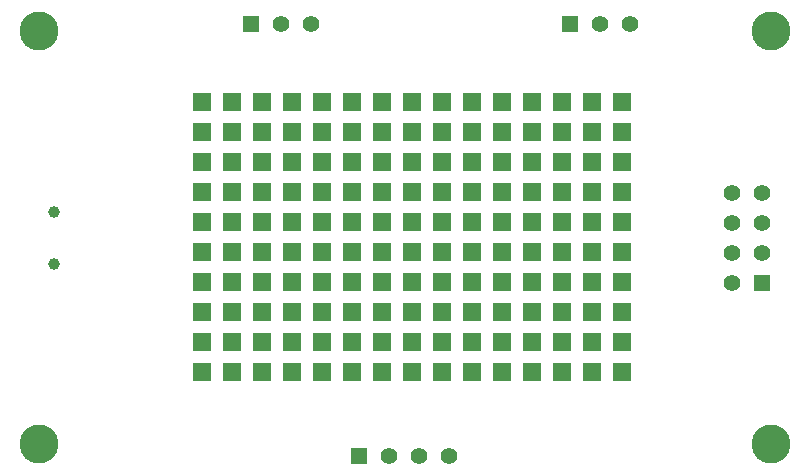
<source format=gbs>
G75*
G70*
%OFA0B0*%
%FSLAX24Y24*%
%IPPOS*%
%LPD*%
%AMOC8*
5,1,8,0,0,1.08239X$1,22.5*
%
%ADD10R,0.0555X0.0555*%
%ADD11C,0.0555*%
%ADD12C,0.0394*%
%ADD13C,0.1300*%
%ADD14R,0.0640X0.0640*%
D10*
X016971Y004598D03*
X030414Y010381D03*
X024008Y019017D03*
X013378Y019017D03*
D11*
X014378Y019017D03*
X015378Y019017D03*
X025008Y019017D03*
X026008Y019017D03*
X029414Y013381D03*
X030414Y013381D03*
X030414Y012381D03*
X029414Y012381D03*
X029414Y011381D03*
X030414Y011381D03*
X029414Y010381D03*
X019971Y004598D03*
X018971Y004598D03*
X017971Y004598D03*
D12*
X006784Y011015D03*
X006784Y012747D03*
D13*
X006292Y004999D03*
X006292Y018779D03*
X030701Y018779D03*
X030701Y004999D03*
D14*
X025717Y007417D03*
X024717Y007417D03*
X023717Y007417D03*
X022717Y007417D03*
X021717Y007417D03*
X020717Y007417D03*
X019717Y007417D03*
X018717Y007417D03*
X017717Y007417D03*
X016717Y007417D03*
X015717Y007417D03*
X014717Y007417D03*
X013717Y007417D03*
X012717Y007417D03*
X011717Y007417D03*
X011717Y008417D03*
X012717Y008417D03*
X012717Y009417D03*
X011717Y009417D03*
X011717Y010417D03*
X012717Y010417D03*
X013717Y010417D03*
X014717Y010417D03*
X015717Y010417D03*
X016717Y010417D03*
X017717Y010417D03*
X018717Y010417D03*
X019717Y010417D03*
X020717Y010417D03*
X021717Y010417D03*
X022717Y010417D03*
X023717Y010417D03*
X024717Y010417D03*
X025717Y010417D03*
X025717Y011417D03*
X024717Y011417D03*
X023717Y011417D03*
X022717Y011417D03*
X021717Y011417D03*
X020717Y011417D03*
X019717Y011417D03*
X018717Y011417D03*
X017717Y011417D03*
X016717Y011417D03*
X015717Y011417D03*
X014717Y011417D03*
X013717Y011417D03*
X012717Y011417D03*
X011717Y011417D03*
X011717Y012417D03*
X012717Y012417D03*
X013717Y012417D03*
X014717Y012417D03*
X015717Y012417D03*
X016717Y012417D03*
X017717Y012417D03*
X018717Y012417D03*
X019717Y012417D03*
X020717Y012417D03*
X021717Y012417D03*
X022717Y012417D03*
X023717Y012417D03*
X024717Y012417D03*
X025717Y012417D03*
X025717Y013417D03*
X024717Y013417D03*
X024717Y014417D03*
X025717Y014417D03*
X025717Y015417D03*
X024717Y015417D03*
X023717Y015417D03*
X022717Y015417D03*
X021717Y015417D03*
X020717Y015417D03*
X019717Y015417D03*
X018717Y015417D03*
X017717Y015417D03*
X016717Y015417D03*
X015717Y015417D03*
X014717Y015417D03*
X013717Y015417D03*
X012717Y015417D03*
X011717Y015417D03*
X011717Y016417D03*
X012717Y016417D03*
X013717Y016417D03*
X014717Y016417D03*
X015717Y016417D03*
X016717Y016417D03*
X017717Y016417D03*
X018717Y016417D03*
X019717Y016417D03*
X020717Y016417D03*
X021717Y016417D03*
X022717Y016417D03*
X023717Y016417D03*
X024717Y016417D03*
X025717Y016417D03*
X023717Y014417D03*
X022717Y014417D03*
X021717Y014417D03*
X020717Y014417D03*
X019717Y014417D03*
X018717Y014417D03*
X017717Y014417D03*
X016717Y014417D03*
X015717Y014417D03*
X014717Y014417D03*
X013717Y014417D03*
X012717Y014417D03*
X011717Y014417D03*
X011717Y013417D03*
X012717Y013417D03*
X013717Y013417D03*
X014717Y013417D03*
X015717Y013417D03*
X016717Y013417D03*
X017717Y013417D03*
X018717Y013417D03*
X019717Y013417D03*
X020717Y013417D03*
X021717Y013417D03*
X022717Y013417D03*
X023717Y013417D03*
X023717Y009417D03*
X022717Y009417D03*
X021717Y009417D03*
X020717Y009417D03*
X019717Y009417D03*
X018717Y009417D03*
X017717Y009417D03*
X016717Y009417D03*
X015717Y009417D03*
X014717Y009417D03*
X013717Y009417D03*
X013717Y008417D03*
X014717Y008417D03*
X015717Y008417D03*
X016717Y008417D03*
X017717Y008417D03*
X018717Y008417D03*
X019717Y008417D03*
X020717Y008417D03*
X021717Y008417D03*
X022717Y008417D03*
X023717Y008417D03*
X024717Y008417D03*
X025717Y008417D03*
X025717Y009417D03*
X024717Y009417D03*
M02*

</source>
